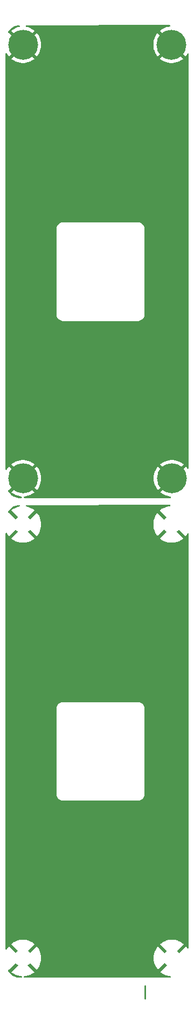
<source format=gbr>
G04 #@! TF.GenerationSoftware,KiCad,Pcbnew,9.0.1*
G04 #@! TF.CreationDate,2025-10-05T20:23:01+13:00*
G04 #@! TF.ProjectId,covers,636f7665-7273-42e6-9b69-6361645f7063,rev?*
G04 #@! TF.SameCoordinates,Original*
G04 #@! TF.FileFunction,Copper,L2,Bot*
G04 #@! TF.FilePolarity,Positive*
%FSLAX46Y46*%
G04 Gerber Fmt 4.6, Leading zero omitted, Abs format (unit mm)*
G04 Created by KiCad (PCBNEW 9.0.1) date 2025-10-05 20:23:01*
%MOMM*%
%LPD*%
G01*
G04 APERTURE LIST*
G04 #@! TA.AperFunction,ComponentPad*
%ADD10C,4.700000*%
G04 #@! TD*
G04 #@! TA.AperFunction,ViaPad*
%ADD11C,10.000000*%
G04 #@! TD*
G04 #@! TA.AperFunction,Conductor*
%ADD12C,0.250000*%
G04 #@! TD*
G04 APERTURE END LIST*
D10*
X108800000Y-110050000D03*
X132150000Y-42050000D03*
X108800000Y-42050000D03*
X132200000Y-110050000D03*
D11*
X121100000Y-61850000D03*
D12*
X128000000Y-189600000D02*
X128000000Y-191700000D01*
G04 #@! TA.AperFunction,Conductor*
G36*
X107761890Y-186171078D02*
G01*
X107928922Y-186338110D01*
X108041953Y-186417255D01*
X106966687Y-187492521D01*
X106966687Y-187492522D01*
X107090433Y-187596356D01*
X107368570Y-187779290D01*
X107666090Y-187928710D01*
X107978924Y-188042572D01*
X107978927Y-188042573D01*
X108302867Y-188119348D01*
X108302877Y-188119350D01*
X108555274Y-188148852D01*
X108620612Y-188176627D01*
X108660561Y-188235318D01*
X108662438Y-188306290D01*
X108625647Y-188367010D01*
X108561869Y-188398200D01*
X108540646Y-188400000D01*
X108177940Y-188400000D01*
X108155228Y-188397936D01*
X107911562Y-188353283D01*
X107904172Y-188351461D01*
X107626167Y-188264831D01*
X107619048Y-188262131D01*
X107559472Y-188235318D01*
X107429067Y-188176627D01*
X107353525Y-188142628D01*
X107346783Y-188139089D01*
X107097588Y-187988447D01*
X107091325Y-187984124D01*
X106862100Y-187804538D01*
X106856409Y-187799496D01*
X106650502Y-187593589D01*
X106645461Y-187587899D01*
X106465878Y-187358678D01*
X106461552Y-187352411D01*
X106444560Y-187324302D01*
X106426437Y-187255658D01*
X106448302Y-187188112D01*
X106503215Y-187143111D01*
X106561544Y-187133452D01*
X106604227Y-187136561D01*
X107682743Y-186058045D01*
X107761890Y-186171078D01*
G37*
G04 #@! TD.AperFunction*
G04 #@! TA.AperFunction,Conductor*
G36*
X131913970Y-114225098D02*
G01*
X131960556Y-114278673D01*
X131970781Y-114348929D01*
X131941401Y-114413561D01*
X131881741Y-114452048D01*
X131860662Y-114456362D01*
X131652876Y-114480650D01*
X131652867Y-114480651D01*
X131328927Y-114557426D01*
X131328924Y-114557427D01*
X131016090Y-114671289D01*
X130718570Y-114820709D01*
X130440433Y-115003643D01*
X130440432Y-115003644D01*
X130316687Y-115107476D01*
X130316687Y-115107477D01*
X131391954Y-116182744D01*
X131278922Y-116261890D01*
X131111890Y-116428922D01*
X131032743Y-116541953D01*
X129954226Y-115463436D01*
X129954225Y-115463436D01*
X129758139Y-115726829D01*
X129758123Y-115726853D01*
X129591671Y-116015155D01*
X129591668Y-116015160D01*
X129459809Y-116320847D01*
X129364325Y-116639783D01*
X129364325Y-116639784D01*
X129306515Y-116967645D01*
X129306514Y-116967654D01*
X129287157Y-117300000D01*
X129306514Y-117632345D01*
X129306515Y-117632354D01*
X129364325Y-117960215D01*
X129364325Y-117960216D01*
X129459809Y-118279152D01*
X129459808Y-118279152D01*
X129591668Y-118584839D01*
X129591671Y-118584844D01*
X129758123Y-118873146D01*
X129758133Y-118873162D01*
X129954226Y-119136562D01*
X131032743Y-118058045D01*
X131111890Y-118171078D01*
X131278922Y-118338110D01*
X131391953Y-118417255D01*
X130316687Y-119492522D01*
X130440433Y-119596356D01*
X130718570Y-119779290D01*
X131016090Y-119928710D01*
X131328924Y-120042572D01*
X131328927Y-120042573D01*
X131652867Y-120119348D01*
X131652877Y-120119350D01*
X131983537Y-120158000D01*
X132316463Y-120158000D01*
X132647122Y-120119350D01*
X132647132Y-120119348D01*
X132971072Y-120042573D01*
X132971075Y-120042572D01*
X133283909Y-119928710D01*
X133581429Y-119779290D01*
X133859567Y-119596355D01*
X133983311Y-119492521D01*
X132908045Y-118417255D01*
X133021078Y-118338110D01*
X133188110Y-118171078D01*
X133267256Y-118058046D01*
X134345772Y-119136562D01*
X134345773Y-119136562D01*
X134541866Y-118873162D01*
X134541876Y-118873146D01*
X134614881Y-118746699D01*
X134666263Y-118697706D01*
X134735977Y-118684270D01*
X134801888Y-118710656D01*
X134843070Y-118768488D01*
X134850000Y-118809699D01*
X134850000Y-183703697D01*
X134829998Y-183771818D01*
X134776342Y-183818311D01*
X134706068Y-183828415D01*
X134641488Y-183798921D01*
X134614881Y-183766698D01*
X134591872Y-183726846D01*
X134591866Y-183726837D01*
X134395772Y-183463436D01*
X133317255Y-184541953D01*
X133238110Y-184428922D01*
X133071078Y-184261890D01*
X132958044Y-184182743D01*
X134033311Y-183107476D01*
X133909566Y-183003643D01*
X133631429Y-182820709D01*
X133333909Y-182671289D01*
X133021075Y-182557427D01*
X133021072Y-182557426D01*
X132697132Y-182480651D01*
X132697122Y-182480649D01*
X132366463Y-182442000D01*
X132033537Y-182442000D01*
X131702877Y-182480649D01*
X131702867Y-182480651D01*
X131378927Y-182557426D01*
X131378924Y-182557427D01*
X131066090Y-182671289D01*
X130768570Y-182820709D01*
X130490433Y-183003643D01*
X130490432Y-183003644D01*
X130366687Y-183107476D01*
X130366687Y-183107477D01*
X131441954Y-184182744D01*
X131328922Y-184261890D01*
X131161890Y-184428922D01*
X131082744Y-184541953D01*
X130004226Y-183463436D01*
X130004225Y-183463436D01*
X129808139Y-183726829D01*
X129808123Y-183726853D01*
X129641671Y-184015155D01*
X129641668Y-184015160D01*
X129509809Y-184320847D01*
X129414325Y-184639783D01*
X129414325Y-184639784D01*
X129356515Y-184967645D01*
X129356514Y-184967654D01*
X129337157Y-185300000D01*
X129356514Y-185632345D01*
X129356515Y-185632354D01*
X129414325Y-185960215D01*
X129414325Y-185960216D01*
X129509809Y-186279152D01*
X129509808Y-186279152D01*
X129641668Y-186584839D01*
X129641671Y-186584844D01*
X129808123Y-186873146D01*
X129808133Y-186873162D01*
X130004226Y-187136562D01*
X131082743Y-186058045D01*
X131161890Y-186171078D01*
X131328922Y-186338110D01*
X131441953Y-186417255D01*
X130366687Y-187492521D01*
X130366687Y-187492522D01*
X130490433Y-187596356D01*
X130768570Y-187779290D01*
X131066090Y-187928710D01*
X131378924Y-188042572D01*
X131378927Y-188042573D01*
X131702867Y-188119348D01*
X131702877Y-188119350D01*
X131955274Y-188148852D01*
X132020612Y-188176627D01*
X132060561Y-188235318D01*
X132062438Y-188306290D01*
X132025647Y-188367010D01*
X131961869Y-188398200D01*
X131940646Y-188400000D01*
X109059354Y-188400000D01*
X108991233Y-188379998D01*
X108944740Y-188326342D01*
X108934636Y-188256068D01*
X108964130Y-188191488D01*
X109023856Y-188153104D01*
X109044726Y-188148852D01*
X109297122Y-188119350D01*
X109297132Y-188119348D01*
X109621072Y-188042573D01*
X109621075Y-188042572D01*
X109933909Y-187928710D01*
X110231429Y-187779290D01*
X110509567Y-187596355D01*
X110633311Y-187492521D01*
X109558046Y-186417255D01*
X109671078Y-186338110D01*
X109838110Y-186171078D01*
X109917256Y-186058046D01*
X110995772Y-187136562D01*
X110995773Y-187136562D01*
X111191866Y-186873162D01*
X111191876Y-186873146D01*
X111358328Y-186584844D01*
X111358331Y-186584839D01*
X111490190Y-186279152D01*
X111585674Y-185960216D01*
X111585674Y-185960215D01*
X111643484Y-185632354D01*
X111643485Y-185632345D01*
X111662842Y-185300000D01*
X111643485Y-184967654D01*
X111643484Y-184967645D01*
X111585674Y-184639784D01*
X111585674Y-184639783D01*
X111490190Y-184320847D01*
X111490191Y-184320847D01*
X111358331Y-184015160D01*
X111358328Y-184015155D01*
X111191876Y-183726853D01*
X111191866Y-183726837D01*
X110995772Y-183463436D01*
X109917255Y-184541952D01*
X109838110Y-184428922D01*
X109671078Y-184261890D01*
X109558044Y-184182743D01*
X110633311Y-183107476D01*
X110509566Y-183003643D01*
X110231429Y-182820709D01*
X109933909Y-182671289D01*
X109621075Y-182557427D01*
X109621072Y-182557426D01*
X109297132Y-182480651D01*
X109297122Y-182480649D01*
X108966463Y-182442000D01*
X108633537Y-182442000D01*
X108302877Y-182480649D01*
X108302867Y-182480651D01*
X107978927Y-182557426D01*
X107978924Y-182557427D01*
X107666090Y-182671289D01*
X107368570Y-182820709D01*
X107090433Y-183003643D01*
X107090432Y-183003644D01*
X106966687Y-183107476D01*
X106966687Y-183107477D01*
X108041954Y-184182744D01*
X107928922Y-184261890D01*
X107761890Y-184428922D01*
X107682744Y-184541953D01*
X106604226Y-183463436D01*
X106604225Y-183463436D01*
X106408139Y-183726829D01*
X106408127Y-183726846D01*
X106285118Y-183939903D01*
X106233735Y-183988896D01*
X106164021Y-184002331D01*
X106098110Y-183975944D01*
X106056929Y-183918112D01*
X106050000Y-183876907D01*
X106050000Y-159689720D01*
X114074500Y-159689720D01*
X114102582Y-159848980D01*
X114105661Y-159866439D01*
X114105661Y-159866440D01*
X114167027Y-160035043D01*
X114167033Y-160035054D01*
X114256748Y-160190446D01*
X114256750Y-160190448D01*
X114256751Y-160190449D01*
X114372092Y-160327908D01*
X114509551Y-160443249D01*
X114509553Y-160443251D01*
X114664945Y-160532966D01*
X114664956Y-160532972D01*
X114833560Y-160594338D01*
X114833562Y-160594338D01*
X114833567Y-160594340D01*
X115010280Y-160625500D01*
X115010282Y-160625500D01*
X126989718Y-160625500D01*
X126989720Y-160625500D01*
X127166433Y-160594340D01*
X127166438Y-160594338D01*
X127166439Y-160594338D01*
X127166440Y-160594338D01*
X127335043Y-160532972D01*
X127335045Y-160532970D01*
X127335050Y-160532969D01*
X127490449Y-160443249D01*
X127627908Y-160327908D01*
X127743249Y-160190449D01*
X127832969Y-160035050D01*
X127832972Y-160035043D01*
X127894338Y-159866440D01*
X127894338Y-159866439D01*
X127894338Y-159866438D01*
X127894340Y-159866433D01*
X127925500Y-159689720D01*
X127925500Y-159600000D01*
X127925500Y-159591715D01*
X127925500Y-146194928D01*
X127925500Y-146110280D01*
X127894340Y-145933567D01*
X127894338Y-145933562D01*
X127894338Y-145933560D01*
X127894338Y-145933559D01*
X127832972Y-145764956D01*
X127832966Y-145764945D01*
X127743251Y-145609553D01*
X127743249Y-145609551D01*
X127713085Y-145573603D01*
X127627908Y-145472092D01*
X127490449Y-145356751D01*
X127490448Y-145356750D01*
X127490446Y-145356748D01*
X127335054Y-145267033D01*
X127335043Y-145267027D01*
X127166439Y-145205661D01*
X127141484Y-145201260D01*
X126989720Y-145174500D01*
X126905072Y-145174500D01*
X115108285Y-145174500D01*
X115100000Y-145174500D01*
X115010280Y-145174500D01*
X114904106Y-145193221D01*
X114833560Y-145205661D01*
X114833559Y-145205661D01*
X114664956Y-145267027D01*
X114664945Y-145267033D01*
X114509553Y-145356748D01*
X114509551Y-145356750D01*
X114372092Y-145472092D01*
X114256750Y-145609551D01*
X114256748Y-145609553D01*
X114167033Y-145764945D01*
X114167027Y-145764956D01*
X114105661Y-145933559D01*
X114105661Y-145933560D01*
X114105660Y-145933567D01*
X114074500Y-146110280D01*
X114074500Y-146194928D01*
X114074500Y-159591714D01*
X114074500Y-159591715D01*
X114074500Y-159600000D01*
X114074500Y-159689720D01*
X106050000Y-159689720D01*
X106050000Y-118723093D01*
X106070001Y-118654976D01*
X106123657Y-118608483D01*
X106193931Y-118598379D01*
X106258511Y-118627873D01*
X106285118Y-118660097D01*
X106408123Y-118873146D01*
X106408133Y-118873162D01*
X106604226Y-119136562D01*
X107682743Y-118058045D01*
X107761890Y-118171078D01*
X107928922Y-118338110D01*
X108041953Y-118417255D01*
X106966687Y-119492521D01*
X106966687Y-119492522D01*
X107090433Y-119596356D01*
X107368570Y-119779290D01*
X107666090Y-119928710D01*
X107978924Y-120042572D01*
X107978927Y-120042573D01*
X108302867Y-120119348D01*
X108302877Y-120119350D01*
X108633537Y-120158000D01*
X108966463Y-120158000D01*
X109297122Y-120119350D01*
X109297132Y-120119348D01*
X109621072Y-120042573D01*
X109621075Y-120042572D01*
X109933909Y-119928710D01*
X110231429Y-119779290D01*
X110509567Y-119596355D01*
X110633311Y-119492521D01*
X109558046Y-118417255D01*
X109671078Y-118338110D01*
X109838110Y-118171078D01*
X109917256Y-118058046D01*
X110995772Y-119136562D01*
X110995773Y-119136562D01*
X111191866Y-118873162D01*
X111191876Y-118873146D01*
X111358328Y-118584844D01*
X111358331Y-118584839D01*
X111490190Y-118279152D01*
X111585674Y-117960216D01*
X111585674Y-117960215D01*
X111643484Y-117632354D01*
X111643485Y-117632345D01*
X111662842Y-117300000D01*
X111643485Y-116967654D01*
X111643484Y-116967645D01*
X111585674Y-116639784D01*
X111585674Y-116639783D01*
X111490190Y-116320847D01*
X111490191Y-116320847D01*
X111358331Y-116015160D01*
X111358328Y-116015155D01*
X111191876Y-115726853D01*
X111191866Y-115726837D01*
X110995772Y-115463436D01*
X109917255Y-116541952D01*
X109838110Y-116428922D01*
X109671078Y-116261890D01*
X109558044Y-116182743D01*
X110633311Y-115107476D01*
X110509566Y-115003643D01*
X110231429Y-114820709D01*
X109933909Y-114671289D01*
X109621075Y-114557427D01*
X109621076Y-114557427D01*
X109348498Y-114492825D01*
X109286827Y-114457652D01*
X109253961Y-114394721D01*
X109260336Y-114324011D01*
X109303927Y-114267972D01*
X109370895Y-114244397D01*
X109377280Y-114244222D01*
X131845817Y-114205215D01*
X131913970Y-114225098D01*
G37*
G04 #@! TD.AperFunction*
G04 #@! TA.AperFunction,Conductor*
G36*
X108281855Y-114266125D02*
G01*
X108328441Y-114319700D01*
X108338667Y-114389956D01*
X108309287Y-114454588D01*
X108249627Y-114493075D01*
X108242977Y-114494845D01*
X107978924Y-114557427D01*
X107666090Y-114671289D01*
X107368570Y-114820709D01*
X107090433Y-115003643D01*
X107090432Y-115003644D01*
X106966687Y-115107476D01*
X106966687Y-115107477D01*
X108041954Y-116182744D01*
X107928922Y-116261890D01*
X107761890Y-116428922D01*
X107682744Y-116541953D01*
X106604226Y-115463436D01*
X106561544Y-115466546D01*
X106492150Y-115451546D01*
X106441882Y-115401410D01*
X106426699Y-115332056D01*
X106444560Y-115275697D01*
X106461561Y-115247574D01*
X106465872Y-115241328D01*
X106645469Y-115012090D01*
X106650494Y-115006418D01*
X106856418Y-114800494D01*
X106862090Y-114795469D01*
X107091335Y-114615867D01*
X107097578Y-114611558D01*
X107314127Y-114480651D01*
X107346783Y-114460910D01*
X107353513Y-114457377D01*
X107619063Y-114337861D01*
X107626162Y-114335169D01*
X107891650Y-114252440D01*
X107928906Y-114246737D01*
X108213705Y-114246242D01*
X108281855Y-114266125D01*
G37*
G04 #@! TD.AperFunction*
G04 #@! TA.AperFunction,Conductor*
G36*
X107761890Y-110921078D02*
G01*
X107928922Y-111088110D01*
X108041953Y-111167255D01*
X106966687Y-112242521D01*
X106966687Y-112242522D01*
X107090433Y-112346356D01*
X107368570Y-112529290D01*
X107666090Y-112678710D01*
X107978924Y-112792572D01*
X107978927Y-112792573D01*
X108302867Y-112869348D01*
X108302877Y-112869350D01*
X108555274Y-112898852D01*
X108620612Y-112926627D01*
X108660561Y-112985318D01*
X108662438Y-113056290D01*
X108625647Y-113117010D01*
X108561869Y-113148200D01*
X108540646Y-113150000D01*
X108177940Y-113150000D01*
X108155228Y-113147936D01*
X107911562Y-113103283D01*
X107904172Y-113101461D01*
X107626167Y-113014831D01*
X107619048Y-113012131D01*
X107559472Y-112985318D01*
X107429067Y-112926627D01*
X107353525Y-112892628D01*
X107346783Y-112889089D01*
X107097588Y-112738447D01*
X107091325Y-112734124D01*
X106862100Y-112554538D01*
X106856409Y-112549496D01*
X106650502Y-112343589D01*
X106645461Y-112337899D01*
X106465878Y-112108678D01*
X106461552Y-112102411D01*
X106444560Y-112074302D01*
X106426437Y-112005658D01*
X106448302Y-111938112D01*
X106503215Y-111893111D01*
X106561544Y-111883452D01*
X106604227Y-111886561D01*
X107682743Y-110808045D01*
X107761890Y-110921078D01*
G37*
G04 #@! TD.AperFunction*
G04 #@! TA.AperFunction,Conductor*
G36*
X131913970Y-38975098D02*
G01*
X131960556Y-39028673D01*
X131970781Y-39098929D01*
X131941401Y-39163561D01*
X131881741Y-39202048D01*
X131860662Y-39206362D01*
X131652876Y-39230650D01*
X131652867Y-39230651D01*
X131328927Y-39307426D01*
X131328924Y-39307427D01*
X131016090Y-39421289D01*
X130718570Y-39570709D01*
X130440433Y-39753643D01*
X130440432Y-39753644D01*
X130316687Y-39857476D01*
X130316687Y-39857477D01*
X131391954Y-40932744D01*
X131278922Y-41011890D01*
X131111890Y-41178922D01*
X131032743Y-41291953D01*
X129954226Y-40213436D01*
X129954225Y-40213436D01*
X129758139Y-40476829D01*
X129758123Y-40476853D01*
X129591671Y-40765155D01*
X129591668Y-40765160D01*
X129459809Y-41070847D01*
X129364325Y-41389783D01*
X129364325Y-41389784D01*
X129306515Y-41717645D01*
X129306514Y-41717654D01*
X129287157Y-42050000D01*
X129306514Y-42382345D01*
X129306515Y-42382354D01*
X129364325Y-42710215D01*
X129364325Y-42710216D01*
X129459809Y-43029152D01*
X129459808Y-43029152D01*
X129591668Y-43334839D01*
X129591671Y-43334844D01*
X129758123Y-43623146D01*
X129758133Y-43623162D01*
X129954226Y-43886562D01*
X131032743Y-42808045D01*
X131111890Y-42921078D01*
X131278922Y-43088110D01*
X131391953Y-43167255D01*
X130316687Y-44242521D01*
X130316687Y-44242522D01*
X130440433Y-44346356D01*
X130718570Y-44529290D01*
X131016090Y-44678710D01*
X131328924Y-44792572D01*
X131328927Y-44792573D01*
X131652867Y-44869348D01*
X131652877Y-44869350D01*
X131983537Y-44908000D01*
X132316463Y-44908000D01*
X132647122Y-44869350D01*
X132647132Y-44869348D01*
X132971072Y-44792573D01*
X132971075Y-44792572D01*
X133283909Y-44678710D01*
X133581429Y-44529290D01*
X133859567Y-44346355D01*
X133983311Y-44242521D01*
X132908046Y-43167255D01*
X133021078Y-43088110D01*
X133188110Y-42921078D01*
X133267256Y-42808046D01*
X134345772Y-43886562D01*
X134345773Y-43886562D01*
X134541866Y-43623162D01*
X134541876Y-43623146D01*
X134614881Y-43496699D01*
X134666263Y-43447706D01*
X134735977Y-43434270D01*
X134801888Y-43460656D01*
X134843070Y-43518488D01*
X134850000Y-43559699D01*
X134850000Y-108453697D01*
X134829998Y-108521818D01*
X134776342Y-108568311D01*
X134706068Y-108578415D01*
X134641488Y-108548921D01*
X134614881Y-108516698D01*
X134591872Y-108476846D01*
X134591866Y-108476837D01*
X134395772Y-108213436D01*
X133317255Y-109291953D01*
X133238110Y-109178922D01*
X133071078Y-109011890D01*
X132958044Y-108932743D01*
X134033311Y-107857476D01*
X133909566Y-107753643D01*
X133631429Y-107570709D01*
X133333909Y-107421289D01*
X133021075Y-107307427D01*
X133021072Y-107307426D01*
X132697132Y-107230651D01*
X132697122Y-107230649D01*
X132366463Y-107192000D01*
X132033537Y-107192000D01*
X131702877Y-107230649D01*
X131702867Y-107230651D01*
X131378927Y-107307426D01*
X131378924Y-107307427D01*
X131066090Y-107421289D01*
X130768570Y-107570709D01*
X130490433Y-107753643D01*
X130490432Y-107753644D01*
X130366687Y-107857476D01*
X130366687Y-107857477D01*
X131441954Y-108932744D01*
X131328922Y-109011890D01*
X131161890Y-109178922D01*
X131082744Y-109291953D01*
X130004226Y-108213436D01*
X130004225Y-108213436D01*
X129808139Y-108476829D01*
X129808123Y-108476853D01*
X129641671Y-108765155D01*
X129641668Y-108765160D01*
X129509809Y-109070847D01*
X129414325Y-109389783D01*
X129414325Y-109389784D01*
X129356515Y-109717645D01*
X129356514Y-109717654D01*
X129337157Y-110049999D01*
X129356514Y-110382345D01*
X129356515Y-110382354D01*
X129414325Y-110710215D01*
X129414325Y-110710216D01*
X129509809Y-111029152D01*
X129509808Y-111029152D01*
X129641668Y-111334839D01*
X129641671Y-111334844D01*
X129808123Y-111623146D01*
X129808133Y-111623162D01*
X130004226Y-111886562D01*
X131082743Y-110808045D01*
X131161890Y-110921078D01*
X131328922Y-111088110D01*
X131441953Y-111167255D01*
X130366687Y-112242521D01*
X130366687Y-112242522D01*
X130490433Y-112346356D01*
X130768570Y-112529290D01*
X131066090Y-112678710D01*
X131378924Y-112792572D01*
X131378927Y-112792573D01*
X131702867Y-112869348D01*
X131702877Y-112869350D01*
X131955274Y-112898852D01*
X132020612Y-112926627D01*
X132060561Y-112985318D01*
X132062438Y-113056290D01*
X132025647Y-113117010D01*
X131961869Y-113148200D01*
X131940646Y-113150000D01*
X109059354Y-113150000D01*
X108991233Y-113129998D01*
X108944740Y-113076342D01*
X108934636Y-113006068D01*
X108964130Y-112941488D01*
X109023856Y-112903104D01*
X109044726Y-112898852D01*
X109297122Y-112869350D01*
X109297132Y-112869348D01*
X109621072Y-112792573D01*
X109621075Y-112792572D01*
X109933909Y-112678710D01*
X110231429Y-112529290D01*
X110509567Y-112346355D01*
X110633311Y-112242521D01*
X109558046Y-111167255D01*
X109671078Y-111088110D01*
X109838110Y-110921078D01*
X109917256Y-110808046D01*
X110995772Y-111886562D01*
X110995773Y-111886562D01*
X111191866Y-111623162D01*
X111191876Y-111623146D01*
X111358328Y-111334844D01*
X111358331Y-111334839D01*
X111490190Y-111029152D01*
X111585674Y-110710216D01*
X111585674Y-110710215D01*
X111643484Y-110382354D01*
X111643485Y-110382345D01*
X111662842Y-110050000D01*
X111643485Y-109717654D01*
X111643484Y-109717645D01*
X111585674Y-109389784D01*
X111585674Y-109389783D01*
X111490190Y-109070847D01*
X111490191Y-109070847D01*
X111358331Y-108765160D01*
X111358328Y-108765155D01*
X111191876Y-108476853D01*
X111191866Y-108476837D01*
X110995772Y-108213436D01*
X109917255Y-109291952D01*
X109838110Y-109178922D01*
X109671078Y-109011890D01*
X109558044Y-108932743D01*
X110633311Y-107857476D01*
X110509566Y-107753643D01*
X110231429Y-107570709D01*
X109933909Y-107421289D01*
X109621075Y-107307427D01*
X109621072Y-107307426D01*
X109297132Y-107230651D01*
X109297122Y-107230649D01*
X108966463Y-107192000D01*
X108633537Y-107192000D01*
X108302877Y-107230649D01*
X108302867Y-107230651D01*
X107978927Y-107307426D01*
X107978924Y-107307427D01*
X107666090Y-107421289D01*
X107368570Y-107570709D01*
X107090433Y-107753643D01*
X107090432Y-107753644D01*
X106966687Y-107857476D01*
X106966687Y-107857477D01*
X108041954Y-108932744D01*
X107928922Y-109011890D01*
X107761890Y-109178922D01*
X107682743Y-109291953D01*
X106604226Y-108213436D01*
X106604225Y-108213436D01*
X106408139Y-108476829D01*
X106408127Y-108476846D01*
X106285118Y-108689903D01*
X106233735Y-108738896D01*
X106164021Y-108752331D01*
X106098110Y-108725944D01*
X106056929Y-108668112D01*
X106050000Y-108626907D01*
X106050000Y-84439720D01*
X114074500Y-84439720D01*
X114102582Y-84598980D01*
X114105661Y-84616439D01*
X114105661Y-84616440D01*
X114167027Y-84785043D01*
X114167033Y-84785054D01*
X114256748Y-84940446D01*
X114256750Y-84940448D01*
X114256751Y-84940449D01*
X114372092Y-85077908D01*
X114509550Y-85193249D01*
X114509551Y-85193249D01*
X114509553Y-85193251D01*
X114664945Y-85282966D01*
X114664956Y-85282972D01*
X114833560Y-85344338D01*
X114833562Y-85344338D01*
X114833567Y-85344340D01*
X115010280Y-85375500D01*
X115010282Y-85375500D01*
X126989718Y-85375500D01*
X126989720Y-85375500D01*
X127166433Y-85344340D01*
X127166438Y-85344338D01*
X127166439Y-85344338D01*
X127166440Y-85344338D01*
X127335043Y-85282972D01*
X127335045Y-85282970D01*
X127335050Y-85282969D01*
X127490449Y-85193249D01*
X127627908Y-85077908D01*
X127743249Y-84940449D01*
X127832969Y-84785050D01*
X127832972Y-84785043D01*
X127894338Y-84616440D01*
X127894338Y-84616439D01*
X127894338Y-84616438D01*
X127894340Y-84616433D01*
X127925500Y-84439720D01*
X127925500Y-84350000D01*
X127925500Y-84341715D01*
X127925500Y-70944928D01*
X127925500Y-70860280D01*
X127894340Y-70683567D01*
X127894338Y-70683562D01*
X127894338Y-70683560D01*
X127894338Y-70683559D01*
X127832972Y-70514956D01*
X127832966Y-70514945D01*
X127743251Y-70359553D01*
X127743249Y-70359551D01*
X127713085Y-70323603D01*
X127627908Y-70222092D01*
X127490449Y-70106751D01*
X127490448Y-70106750D01*
X127490446Y-70106748D01*
X127335054Y-70017033D01*
X127335043Y-70017027D01*
X127166439Y-69955661D01*
X127141484Y-69951260D01*
X126989720Y-69924500D01*
X126905072Y-69924500D01*
X115108285Y-69924500D01*
X115100000Y-69924500D01*
X115010280Y-69924500D01*
X114904106Y-69943221D01*
X114833560Y-69955661D01*
X114833559Y-69955661D01*
X114664956Y-70017027D01*
X114664945Y-70017033D01*
X114509553Y-70106748D01*
X114509551Y-70106750D01*
X114372092Y-70222092D01*
X114256750Y-70359551D01*
X114256748Y-70359553D01*
X114167033Y-70514945D01*
X114167027Y-70514956D01*
X114105661Y-70683559D01*
X114105661Y-70683560D01*
X114105660Y-70683567D01*
X114074500Y-70860280D01*
X114074500Y-70944928D01*
X114074500Y-84341715D01*
X114074500Y-84350000D01*
X114074500Y-84439720D01*
X106050000Y-84439720D01*
X106050000Y-43473093D01*
X106070001Y-43404976D01*
X106123657Y-43358483D01*
X106193931Y-43348379D01*
X106258511Y-43377873D01*
X106285118Y-43410097D01*
X106408123Y-43623146D01*
X106408133Y-43623162D01*
X106604226Y-43886562D01*
X107682743Y-42808045D01*
X107761890Y-42921078D01*
X107928922Y-43088110D01*
X108041953Y-43167255D01*
X106966687Y-44242521D01*
X106966687Y-44242522D01*
X107090433Y-44346356D01*
X107368570Y-44529290D01*
X107666090Y-44678710D01*
X107978924Y-44792572D01*
X107978927Y-44792573D01*
X108302867Y-44869348D01*
X108302877Y-44869350D01*
X108633537Y-44908000D01*
X108966463Y-44908000D01*
X109297122Y-44869350D01*
X109297132Y-44869348D01*
X109621072Y-44792573D01*
X109621075Y-44792572D01*
X109933909Y-44678710D01*
X110231429Y-44529290D01*
X110509567Y-44346355D01*
X110633311Y-44242521D01*
X109558046Y-43167255D01*
X109671078Y-43088110D01*
X109838110Y-42921078D01*
X109917256Y-42808046D01*
X110995772Y-43886562D01*
X110995773Y-43886562D01*
X111191866Y-43623162D01*
X111191876Y-43623146D01*
X111358328Y-43334844D01*
X111358331Y-43334839D01*
X111490190Y-43029152D01*
X111585674Y-42710216D01*
X111585674Y-42710215D01*
X111643484Y-42382354D01*
X111643485Y-42382345D01*
X111662842Y-42050000D01*
X111643485Y-41717654D01*
X111643484Y-41717645D01*
X111585674Y-41389784D01*
X111585674Y-41389783D01*
X111490190Y-41070847D01*
X111490191Y-41070847D01*
X111358331Y-40765160D01*
X111358328Y-40765155D01*
X111191876Y-40476853D01*
X111191866Y-40476837D01*
X110995772Y-40213436D01*
X109917255Y-41291952D01*
X109838110Y-41178922D01*
X109671078Y-41011890D01*
X109558044Y-40932743D01*
X110633311Y-39857476D01*
X110509566Y-39753643D01*
X110231429Y-39570709D01*
X109933909Y-39421289D01*
X109621075Y-39307427D01*
X109621076Y-39307427D01*
X109348498Y-39242825D01*
X109286827Y-39207652D01*
X109253961Y-39144721D01*
X109260336Y-39074011D01*
X109303927Y-39017972D01*
X109370895Y-38994397D01*
X109377280Y-38994222D01*
X131845817Y-38955215D01*
X131913970Y-38975098D01*
G37*
G04 #@! TD.AperFunction*
G04 #@! TA.AperFunction,Conductor*
G36*
X108281855Y-39016125D02*
G01*
X108328441Y-39069700D01*
X108338667Y-39139956D01*
X108309287Y-39204588D01*
X108249627Y-39243075D01*
X108242977Y-39244845D01*
X107978924Y-39307427D01*
X107666090Y-39421289D01*
X107368570Y-39570709D01*
X107090433Y-39753643D01*
X107090432Y-39753644D01*
X106966687Y-39857476D01*
X106966687Y-39857477D01*
X108041954Y-40932744D01*
X107928922Y-41011890D01*
X107761890Y-41178922D01*
X107682743Y-41291953D01*
X106604226Y-40213436D01*
X106561544Y-40216546D01*
X106492150Y-40201546D01*
X106441882Y-40151410D01*
X106426699Y-40082056D01*
X106444560Y-40025697D01*
X106461561Y-39997574D01*
X106465872Y-39991328D01*
X106645469Y-39762090D01*
X106650494Y-39756418D01*
X106856418Y-39550494D01*
X106862090Y-39545469D01*
X107091335Y-39365867D01*
X107097578Y-39361558D01*
X107314127Y-39230651D01*
X107346783Y-39210910D01*
X107353513Y-39207377D01*
X107619063Y-39087861D01*
X107626162Y-39085169D01*
X107891650Y-39002440D01*
X107928906Y-38996737D01*
X108213705Y-38996242D01*
X108281855Y-39016125D01*
G37*
G04 #@! TD.AperFunction*
M02*

</source>
